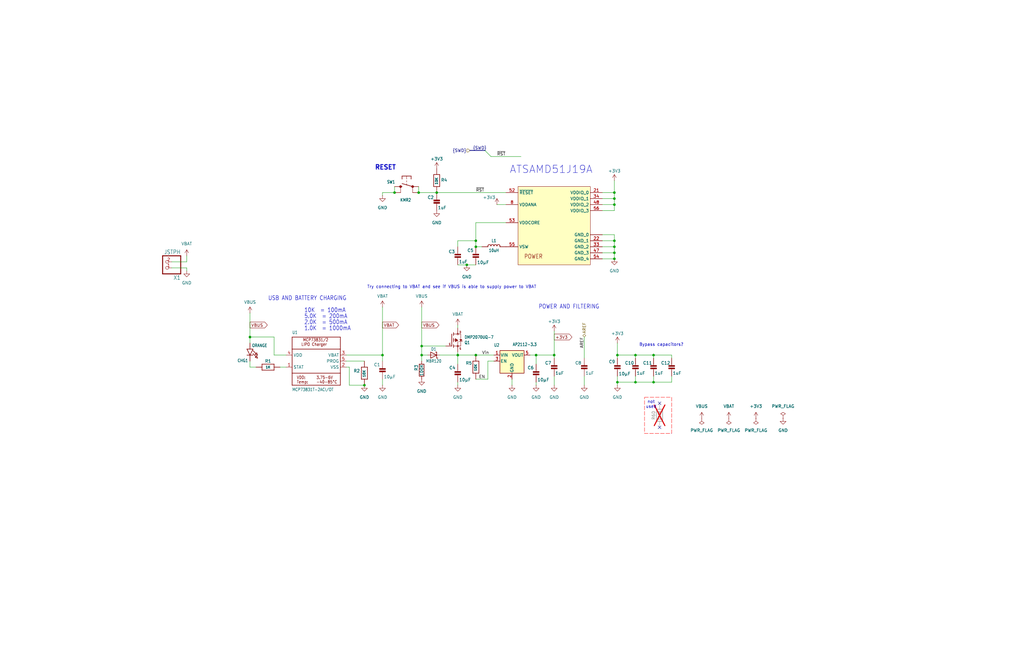
<source format=kicad_sch>
(kicad_sch (version 20231120) (generator "eeschema") (generator_version "8.0")
  (paper "B")
  (junction (at 200.66 101.6))
  (junction (at 105.41 142.24))
  (junction (at 260.35 149.86))
  (junction (at 259.08 86.36))
  (junction (at 226.06 149.86))
  (junction (at 200.66 104.14))
  (junction (at 166.37 81.28))
  (junction (at 193.04 149.86))
  (junction (at 259.08 106.68))
  (junction (at 200.66 149.86))
  (junction (at 177.8 149.86))
  (junction (at 153.67 162.56))
  (junction (at 233.68 149.86))
  (junction (at 184.15 81.28))
  (junction (at 176.53 81.28))
  (junction (at 267.97 161.29))
  (junction (at 259.08 104.14))
  (junction (at 259.08 109.22))
  (junction (at 259.08 101.6))
  (junction (at 259.08 81.28))
  (junction (at 196.85 111.76))
  (junction (at 260.35 161.29))
  (junction (at 275.59 149.86))
  (junction (at 177.8 146.05))
  (junction (at 259.08 83.82))
  (junction (at 161.29 149.86))
  (junction (at 275.59 161.29))
  (junction (at 267.97 149.86))
  (no_connect (at 278.13 170.18))
  (no_connect (at 278.13 180.34))
  (bus_entry (at 204.47 63.5) (size 2.54 2.54))
  (wire (pts (xy 205.74 160.02) (xy 205.74 152.4)) (stroke (width 0.1524)))
  (wire (pts (xy 200.66 93.98) (xy 213.36 93.98)) (stroke (width 0.1524)))
  (wire (pts (xy 226.06 161.29) (xy 226.06 162.56)) (stroke (width 0.1524)))
  (wire (pts (xy 200.66 101.6) (xy 200.66 93.98)) (stroke (width 0.1524)))
  (wire (pts (xy 180.34 149.86) (xy 177.8 149.86)) (stroke (width 0.1524)))
  (wire (pts (xy 146.05 152.4) (xy 153.67 152.4)) (stroke (width 0.1524)))
  (wire (pts (xy 176.53 81.28) (xy 176.53 78.74)) (stroke (width 0.1524)))
  (wire (pts (xy 275.59 161.29) (xy 283.21 161.29)) (stroke (width 0.1524)))
  (wire (pts (xy 260.35 161.29) (xy 260.35 158.75)) (stroke (width 0.1524)))
  (wire (pts (xy 226.06 153.67) (xy 226.06 149.86)) (stroke (width 0.1524)))
  (wire (pts (xy 193.04 111.76) (xy 196.85 111.76)) (stroke (width 0.1524)))
  (wire (pts (xy 254 81.28) (xy 259.08 81.28)) (stroke (width 0.1524)))
  (wire (pts (xy 259.08 104.14) (xy 259.08 101.6)) (stroke (width 0.1524)))
  (wire (pts (xy 213.36 81.28) (xy 184.15 81.28)) (stroke (width 0.1524)))
  (wire (pts (xy 187.96 146.05) (xy 177.8 146.05)) (stroke (width 0.1524)))
  (wire (pts (xy 147.32 154.94) (xy 147.32 162.56)))
  (wire (pts (xy 193.04 149.86) (xy 200.66 149.86)) (stroke (width 0.1524)))
  (wire (pts (xy 146.05 154.94) (xy 147.32 154.94)))
  (wire (pts (xy 193.04 149.86) (xy 193.04 153.67)) (stroke (width 0.1524)))
  (wire (pts (xy 193.04 148.59) (xy 193.04 149.86)) (stroke (width 0.1524)))
  (wire (pts (xy 105.41 144.78) (xy 105.41 142.24)) (stroke (width 0.1524)))
  (wire (pts (xy 78.74 113.03) (xy 78.74 114.3)))
  (wire (pts (xy 259.08 83.82) (xy 259.08 81.28)) (stroke (width 0.1524)))
  (wire (pts (xy 118.11 154.94) (xy 120.65 154.94)) (stroke (width 0.1524)))
  (bus (pts (xy 198.12 63.5) (xy 204.47 63.5)))
  (wire (pts (xy 200.66 160.02) (xy 205.74 160.02)) (stroke (width 0.1524)))
  (wire (pts (xy 115.57 142.24) (xy 115.57 149.86)) (stroke (width 0.1524)))
  (wire (pts (xy 283.21 161.29) (xy 283.21 158.75)) (stroke (width 0.1524)))
  (wire (pts (xy 283.21 149.86) (xy 283.21 151.13)) (stroke (width 0.1524)))
  (wire (pts (xy 215.9 162.56) (xy 215.9 160.02)))
  (wire (pts (xy 267.97 161.29) (xy 260.35 161.29)) (stroke (width 0.1524)))
  (wire (pts (xy 254 101.6) (xy 259.08 101.6)) (stroke (width 0.1524)))
  (wire (pts (xy 259.08 99.06) (xy 259.08 101.6)) (stroke (width 0.1524)))
  (wire (pts (xy 259.08 81.28) (xy 259.08 76.2)) (stroke (width 0.1524)))
  (wire (pts (xy 203.2 104.14) (xy 200.66 104.14)) (stroke (width 0.1524)))
  (wire (pts (xy 267.97 161.29) (xy 267.97 158.75)) (stroke (width 0.1524)))
  (wire (pts (xy 223.52 149.86) (xy 226.06 149.86)) (stroke (width 0.1524)))
  (wire (pts (xy 259.08 83.82) (xy 259.08 86.36)) (stroke (width 0.1524)))
  (wire (pts (xy 196.85 111.76) (xy 200.66 111.76)) (stroke (width 0.1524)))
  (wire (pts (xy 260.35 149.86) (xy 260.35 144.78)) (stroke (width 0.1524)))
  (wire (pts (xy 246.38 151.13) (xy 246.38 142.24)) (stroke (width 0.1524)))
  (wire (pts (xy 105.41 142.24) (xy 115.57 142.24)) (stroke (width 0.1524)))
  (wire (pts (xy 209.55 86.36) (xy 213.36 86.36)) (stroke (width 0.1524)))
  (wire (pts (xy 246.38 158.75) (xy 246.38 162.56)) (stroke (width 0.1524)))
  (wire (pts (xy 205.74 152.4) (xy 208.28 152.4)) (stroke (width 0.1524)))
  (wire (pts (xy 166.37 78.74) (xy 166.37 81.28)) (stroke (width 0.1524)))
  (wire (pts (xy 207.01 66.04) (xy 219.71 66.04)))
  (wire (pts (xy 254 83.82) (xy 259.08 83.82)) (stroke (width 0.1524)))
  (wire (pts (xy 275.59 149.86) (xy 283.21 149.86)) (stroke (width 0.1524)))
  (wire (pts (xy 275.59 158.75) (xy 275.59 161.29)) (stroke (width 0.1524)))
  (wire (pts (xy 259.08 106.68) (xy 259.08 104.14)) (stroke (width 0.1524)))
  (wire (pts (xy 254 104.14) (xy 259.08 104.14)) (stroke (width 0.1524)))
  (wire (pts (xy 193.04 137.16) (xy 193.04 138.43)) (stroke (width 0.1524)))
  (wire (pts (xy 193.04 161.29) (xy 193.04 162.56)) (stroke (width 0.1524)))
  (wire (pts (xy 184.15 81.28) (xy 176.53 81.28)) (stroke (width 0.1524)))
  (wire (pts (xy 161.29 81.28) (xy 166.37 81.28)) (stroke (width 0.1524)))
  (wire (pts (xy 200.66 149.86) (xy 208.28 149.86)) (stroke (width 0.1524)))
  (wire (pts (xy 161.29 129.54) (xy 161.29 149.86)) (stroke (width 0.1524)))
  (wire (pts (xy 275.59 149.86) (xy 275.59 151.13)) (stroke (width 0.1524)))
  (wire (pts (xy 115.57 149.86) (xy 120.65 149.86)) (stroke (width 0.1524)))
  (wire (pts (xy 147.32 162.56) (xy 153.67 162.56)))
  (wire (pts (xy 226.06 149.86) (xy 233.68 149.86)) (stroke (width 0.1524)))
  (wire (pts (xy 267.97 149.86) (xy 275.59 149.86)) (stroke (width 0.1524)))
  (wire (pts (xy 161.29 81.28) (xy 161.29 82.55)) (stroke (width 0.1524)))
  (wire (pts (xy 259.08 88.9) (xy 259.08 86.36)) (stroke (width 0.1524)))
  (wire (pts (xy 146.05 149.86) (xy 161.29 149.86)) (stroke (width 0.1524)))
  (wire (pts (xy 185.42 149.86) (xy 193.04 149.86)) (stroke (width 0.1524)))
  (wire (pts (xy 177.8 152.4) (xy 177.8 149.86)) (stroke (width 0.1524)))
  (wire (pts (xy 105.41 132.08) (xy 105.41 137.16)))
  (wire (pts (xy 177.8 129.54) (xy 177.8 137.16)))
  (wire (pts (xy 260.35 162.56) (xy 260.35 161.29)) (stroke (width 0.1524)))
  (wire (pts (xy 177.8 137.16) (xy 177.8 146.05)) (stroke (width 0.1524)))
  (wire (pts (xy 161.29 152.4) (xy 161.29 149.86)) (stroke (width 0.1524)))
  (wire (pts (xy 275.59 161.29) (xy 267.97 161.29)) (stroke (width 0.1524)))
  (wire (pts (xy 254 109.22) (xy 259.08 109.22)) (stroke (width 0.1524)))
  (wire (pts (xy 161.29 160.02) (xy 161.29 162.56)) (stroke (width 0.1524)))
  (wire (pts (xy 105.41 137.16) (xy 105.41 142.24)) (stroke (width 0.1524)))
  (wire (pts (xy 254 99.06) (xy 259.08 99.06)) (stroke (width 0.1524)))
  (wire (pts (xy 200.66 101.6) (xy 193.04 101.6)) (stroke (width 0.1524)))
  (wire (pts (xy 72.39 113.03) (xy 78.74 113.03)))
  (wire (pts (xy 259.08 109.22) (xy 259.08 106.68)) (stroke (width 0.1524)))
  (wire (pts (xy 233.68 158.75) (xy 233.68 162.56)) (stroke (width 0.1524)))
  (wire (pts (xy 105.41 152.4) (xy 105.41 154.94)))
  (wire (pts (xy 193.04 101.6) (xy 193.04 104.14)) (stroke (width 0.1524)))
  (wire (pts (xy 105.41 154.94) (xy 107.95 154.94)))
  (wire (pts (xy 78.74 110.49) (xy 78.74 107.95)))
  (wire (pts (xy 267.97 149.86) (xy 260.35 149.86)) (stroke (width 0.1524)))
  (wire (pts (xy 233.68 149.86) (xy 233.68 139.7)) (stroke (width 0.1524)))
  (wire (pts (xy 254 88.9) (xy 259.08 88.9)) (stroke (width 0.1524)))
  (wire (pts (xy 177.8 149.86) (xy 177.8 146.05)) (stroke (width 0.1524)))
  (wire (pts (xy 72.39 110.49) (xy 78.74 110.49)))
  (wire (pts (xy 254 106.68) (xy 259.08 106.68)) (stroke (width 0.1524)))
  (wire (pts (xy 254 86.36) (xy 259.08 86.36)) (stroke (width 0.1524)))
  (wire (pts (xy 233.68 151.13) (xy 233.68 149.86)) (stroke (width 0.1524)))
  (wire (pts (xy 267.97 151.13) (xy 267.97 149.86)) (stroke (width 0.1524)))
  (wire (pts (xy 260.35 151.13) (xy 260.35 149.86)) (stroke (width 0.1524)))
  (wire (pts (xy 200.66 101.6) (xy 200.66 104.14)) (stroke (width 0.1524)))
  (rectangle (start 283.21 182.88) (end 283.21 182.88))
  (rectangle (start 271.78 167.64) (end 283.21 182.88) (stroke (width 0) (type dash) (color 255 0 0 1)))
  (text "RESET" (at 157.988 71.882 0) (effects (font (size 1.905 1.905) (thickness 0.381) (bold yes)) (justify left bottom)))
  (text "10K  = 100mA" (at 128.27 132.08 0) (effects (font (size 1.778 1.5113)) (justify left bottom)))
  (text "1.0K  = 1000mA" (at 128.27 139.7 0) (effects (font (size 1.778 1.5113)) (justify left bottom)))
  (text "2.0K  = 500mA" (at 128.27 137.16 0) (effects (font (size 1.778 1.5113)) (justify left bottom)))
  (text "not\nused" (at 274.574 170.688 0) (effects (font (size 1.27 1.27))))
  (text "ATSAMD51J19A" (at 232.41 71.628 0) (effects (font (size 3.175 3.175))))
  (text "POWER AND FILTERING" (at 227.076 130.556 0) (effects (font (size 1.778 1.5113)) (justify left bottom)))
  (text "Bypass capacitors?" (at 278.892 145.542 0) (effects (font (size 1.27 1.27))))
  (text "USB AND BATTERY CHARGING" (at 113.03 127 0) (effects (font (size 1.778 1.5113)) (justify left bottom)))
  (text "Try connecting to VBAT and see if VBUS is able to supply power to VBAT" (at 190.5 121.158 0) (effects (font (size 1.27 1.27))))
  (text "5.0K  = 200mA" (at 128.27 134.62 0) (effects (font (size 1.778 1.5113)) (justify left bottom)))
  (label "EN" (at 201.93 160.02 0) (effects (font (size 1.2446 1.2446))))
  (label "~{RST}" (at 200.66 81.28 0) (effects (font (size 1.2446 1.2446))))
  (label "Vin" (at 203.2 149.86 0))
  (label "~{RST}" (at 209.55 66.04 0))
  (label "AREF" (at 246.38 142.24 270) (effects (font (size 1.2446 1.2446))))
  (label "{SWD}" (at 199.39 63.5 0))
  (global_label "+3V3" (shape output) (at 233.68 142.24 0) (property "Intersheetrefs" "${INTERSHEET_REFS}" (effects (hide yes))))
  (global_label "VBUS" (shape output) (at 105.41 137.16 0) (effects (font (thickness 0.1588))) (property "Intersheetrefs" "${INTERSHEET_REFS}" (effects (hide yes))))
  (global_label "VBUS" (shape output) (at 177.8 137.16 0) (effects (font (thickness 0.1588))) (property "Intersheetrefs" "${INTERSHEET_REFS}" (effects (hide yes))))
  (global_label "VBAT" (shape output) (at 161.29 137.16 0) (effects (font (thickness 0.1588))) (property "Intersheetrefs" "${INTERSHEET_REFS}" (effects (hide yes))))
  (hierarchical_label "AREF" (shape bidirectional) (at 246.38 142.24 90))
  (hierarchical_label "{SWD}" (shape input) (at 198.12 63.5 180))
  (symbol (lib_id "symbolLibrary:CON_JST_PH_2PIN") (at 69.85 110.49 180) (unit 1)
    (property "Reference" "X1" (at 76.2 116.205 0) (effects (font (size 1.778 1.5113)) (justify left bottom)))
    (property "Value" "JSTPH" (at 76.2 105.41 0) (effects (font (size 1.778 1.5113)) (justify left bottom)))
    (property "Footprint" "Connector_JST:JST_PH_S2B-PH-SM4-TB_1x02-1MP_P2.00mm_Horizontal" (effects (hide yes)))
    (property "Datasheet" "https://www.jst-mfg.com/product/pdf/eng/ePH.pdf" (effects (hide yes)))
    (property "Description" "Connector Header Surface Mount, Right Angle 2 position 0.079\" (2.00mm)" (effects (hide yes)))
    (property "Mfr" "JST Sales America Inc." (effects (hide yes)))
    (property "Mfr P/N" "S2B-PH-SM4-TB" (effects (hide yes)))
    (property "Supplier_1" "Digikey" (effects (hide yes)))
    (property "Supplier_1 P/N" "455-S2B-PH-SM4-TBCT-ND" (effects (hide yes)))
    (property "Supplier_1 Unit Price" "0.58" (effects (hide yes)))
    (property "Supplier_1 Price @ Qty" "0.4143" (effects (hide yes)))
    (property "Supplier 1 P/N" "455-S2B-PH-SM4-TBCT-ND" (effects (hide yes)))
    (property "Supplier 1 Price @ Qty" "0.69000" (effects (hide yes)))
    (property "Supplier 1 Unit Price" "0.69000" (effects (hide yes)))
    (property "Supplier 1" "Digikey" (effects (hide yes)))
  )
  (symbol (lib_id "symbolLibrary:GND") (at 215.9 162.56 0) (unit 1)
    (property "Reference" "#PWR015" (effects (hide yes)))
    (property "Value" "GND" (at 215.9 167.64 0))
    (property "Description" "Power symbol creates a global label with name \"GND\" , ground" (effects (hide yes)))
  )
  (symbol (lib_id "symbolLibrary:VBUS") (at 295.91 176.53 0) (mirror y) (unit 1)
    (property "Reference" "#PWR024" (effects (hide yes)))
    (property "Value" "VBUS" (at 295.91 171.45 0))
    (property "Description" "Power symbol creates a global label with name \"VBUS\"" (effects (hide yes)))
  )
  (symbol (lib_id "symbolLibrary:AP2112K-3.3") (at 215.9 152.4 0) (unit 1)
    (property "Reference" "U2" (at 208.28 146.304 0) (effects (font (size 1.27 1.0795)) (justify left bottom)))
    (property "Value" "AP2112-3.3" (at 216.154 146.05 0) (effects (font (size 1.27 1.0795)) (justify left bottom)))
    (property "Footprint" "Package_TO_SOT_SMD:SOT-23-5" (effects (hide yes)))
    (property "Datasheet" "https://www.diodes.com/assets/Datasheets/AP2112.pdf" (effects (hide yes)))
    (property "Description" "600mA low dropout linear regulator, with enable pin, 3.8V-6V input voltage range, 3.3V fixed positive output, SOT-23-5" (effects (hide yes)))
    (property "Mfr" "Diodes Incorporated" (effects (hide yes)))
    (property "Mfr P/N" "AP2112K-3.3TRG1" (effects (hide yes)))
    (property "Supplier_1" "Digikey" (effects (hide yes)))
    (property "Supplier_1 P/N" "AP2112K-3.3TRG1DICT-ND" (effects (hide yes)))
    (property "Supplier_1 Unit Price" "0.35" (effects (hide yes)))
    (property "Supplier_1 Price @ Qty" "0.1955" (effects (hide yes)))
    (property "Supplier 1 P/N" "AP2112K-3.3TRG1DICT-ND" (effects (hide yes)))
    (property "Supplier 1 Price @ Qty" "0.35" (effects (hide yes)))
    (property "Supplier 1 Unit Price" "0.35" (effects (hide yes)))
    (property "Supplier 1" "Digikey" (effects (hide yes)))
  )
  (symbol (lib_id "symbolLibrary:+BATT") (at 177.8 129.54 0) (unit 1)
    (property "Reference" "#PWRVBUS02" (effects (hide yes)))
    (property "Value" "VBUS" (at 177.8 124.968 0))
    (property "Description" "Power symbol creates a global label with name \"+BATT\"" (effects (hide yes)))
  )
  (symbol (lib_id "symbolLibrary:+BATT") (at 161.29 129.54 0) (unit 1)
    (property "Reference" "#PWR06" (effects (hide yes)))
    (property "Value" "VBAT" (at 161.29 124.968 0))
    (property "Description" "Power symbol creates a global label with name \"+BATT\"" (effects (hide yes)))
  )
  (symbol (lib_id "symbolLibrary:GND") (at 161.29 162.56 0) (unit 1)
    (property "Reference" "#PWR07" (effects (hide yes)))
    (property "Value" "GND" (at 161.29 167.64 0))
    (property "Description" "Power symbol creates a global label with name \"GND\" , ground" (effects (hide yes)))
  )
  (symbol (lib_id "symbolLibrary:+BATT") (at 307.34 176.53 0) (unit 1)
    (property "Reference" "#PWR025" (effects (hide yes)))
    (property "Value" "VBAT" (at 307.34 171.45 0))
    (property "Description" "Power symbol creates a global label with name \"+BATT\"" (effects (hide yes)))
  )
  (symbol (lib_id "symbolLibrary:PWR_FLAG") (at 318.77 176.53 180) (unit 1)
    (property "Reference" "#FLG03" (effects (hide yes)))
    (property "Value" "PWR_FLAG" (at 318.77 181.61 0))
    (property "Description" "Special symbol for telling ERC where power comes from" (effects (hide yes)))
  )
  (symbol (lib_id "symbolLibrary:CAP_CERAMIC0603_NO") (at 246.38 156.21 0) (unit 1)
    (property "Reference" "C8" (at 243.84 153.162 0))
    (property "Value" "1uF" (at 248.666 157.48 0))
    (property "Footprint" "Capacitor_SMD:C_0603_1608Metric_Pad1.08x0.95mm_HandSolder" (effects (hide yes)))
    (property "Datasheet" "https://www.yageo.com/upload/media/product/productsearch/datasheet/mlcc/UPY-GPHC_X7R_6.3V-to-250V_24.pdf" (effects (hide yes)))
    (property "Description" "1 µF ±10% 16V Ceramic Capacitor X7R 0603 (1608 Metric)" (effects (hide yes)))
    (property "Mfr" "YAGEO" (effects (hide yes)))
    (property "Mfr P/N" "CC0603KRX7R7BB105" (effects (hide yes)))
    (property "Supplier_1" "Digikey" (effects (hide yes)))
    (property "Supplier_1 P/N" "311-1446-1-ND" (effects (hide yes)))
    (property "Supplier_1 Unit Price" "0.10" (effects (hide yes)))
    (property "Supplier_1 Price @ Qty" "0.03080" (effects (hide yes)))
    (property "Supplier 1 P/N" "311-1446-1-ND" (effects (hide yes)))
    (property "Supplier 1 Price @ Qty" "0.10" (effects (hide yes)))
    (property "Supplier 1 Unit Price" "0.10" (effects (hide yes)))
  )
  (symbol (lib_id "symbolLibrary:CAP_CERAMIC0603_NO") (at 233.68 156.21 0) (unit 1)
    (property "Reference" "C7" (at 231.14 153.162 0))
    (property "Value" "1uF" (at 235.966 157.48 0))
    (property "Footprint" "Capacitor_SMD:C_0603_1608Metric_Pad1.08x0.95mm_HandSolder" (effects (hide yes)))
    (property "Datasheet" "https://www.yageo.com/upload/media/product/productsearch/datasheet/mlcc/UPY-GPHC_X7R_6.3V-to-250V_24.pdf" (effects (hide yes)))
    (property "Description" "1 µF ±10% 16V Ceramic Capacitor X7R 0603 (1608 Metric)" (effects (hide yes)))
    (property "Mfr" "YAGEO" (effects (hide yes)))
    (property "Mfr P/N" "CC0603KRX7R7BB105" (effects (hide yes)))
    (property "Supplier_1" "Digikey" (effects (hide yes)))
    (property "Supplier_1 P/N" "311-1446-1-ND" (effects (hide yes)))
    (property "Supplier_1 Unit Price" "0.10" (effects (hide yes)))
    (property "Supplier_1 Price @ Qty" "0.03080" (effects (hide yes)))
    (property "Supplier 1 P/N" "311-1446-1-ND" (effects (hide yes)))
    (property "Supplier 1 Price @ Qty" "0.10" (effects (hide yes)))
    (property "Supplier 1 Unit Price" "0.10" (effects (hide yes)))
  )
  (symbol (lib_id "symbolLibrary:GND") (at 246.38 162.56 0) (unit 1)
    (property "Reference" "#PWR019" (effects (hide yes)))
    (property "Value" "GND" (at 246.38 167.64 0))
    (property "Description" "Power symbol creates a global label with name \"GND\" , ground" (effects (hide yes)))
  )
  (symbol (lib_id "symbolLibrary:GND") (at 330.2 176.53 0) (unit 1)
    (property "Reference" "#PWR027" (effects (hide yes)))
    (property "Value" "GND" (at 330.2 181.61 0))
    (property "Description" "Power symbol creates a global label with name \"GND\" , ground" (effects (hide yes)))
  )
  (symbol (lib_id "symbolLibrary:CAP_CERAMIC0603_NO") (at 193.04 109.22 0) (unit 1)
    (property "Reference" "C3" (at 190.5 106.172 0))
    (property "Value" "1uF" (at 195.326 110.49 0))
    (property "Footprint" "Capacitor_SMD:C_0603_1608Metric_Pad1.08x0.95mm_HandSolder" (effects (hide yes)))
    (property "Datasheet" "https://www.yageo.com/upload/media/product/productsearch/datasheet/mlcc/UPY-GPHC_X7R_6.3V-to-250V_24.pdf" (effects (hide yes)))
    (property "Description" "1 µF ±10% 16V Ceramic Capacitor X7R 0603 (1608 Metric)" (effects (hide yes)))
    (property "Mfr" "YAGEO" (effects (hide yes)))
    (property "Mfr P/N" "CC0603KRX7R7BB105" (effects (hide yes)))
    (property "Supplier_1" "Digikey" (effects (hide yes)))
    (property "Supplier_1 P/N" "311-1446-1-ND" (effects (hide yes)))
    (property "Supplier_1 Unit Price" "0.10" (effects (hide yes)))
    (property "Supplier_1 Price @ Qty" "0.03080" (effects (hide yes)))
    (property "Supplier 1 P/N" "311-1446-1-ND" (effects (hide yes)))
    (property "Supplier 1 Price @ Qty" "0.10" (effects (hide yes)))
    (property "Supplier 1 Unit Price" "0.10" (effects (hide yes)))
  )
  (symbol (lib_id "symbolLibrary:ATSAMD51J") (at 233.68 96.52 0) (unit 3)
    (property "Reference" "U$1" (effects (hide yes)))
    (property "Value" "ATSAMD51J19A-AUT" (effects (hide yes)))
    (property "Footprint" "Package_QFP:TQFP-64_10x10mm_P0.5mm" (effects (hide yes)))
    (property "Datasheet" "https://ww1.microchip.com/downloads/en/DeviceDoc/SAM_D5x_E5x_Family_Data_Sheet_DS60001507G.pdf" (effects (hide yes)))
    (property "Description" "ARM® Cortex®-M4F SAM D51 Microcontroller IC 32-Bit Single-Core 120MHz 512KB (512K x 8) FLASH 64-TQFP (10x10)" (effects (hide yes)))
    (property "Mfr" "Microchip Technology" (effects (hide yes)))
    (property "Mfr P/N" "ATSAMD51J19A-AUT" (effects (hide yes)))
    (property "Supplier_1" "Digikey" (effects (hide yes)))
    (property "Supplier_1 P/N" "ATSAMD51J19A-AUTCT-ND" (effects (hide yes)))
    (property "Supplier_1 Unit Price" "5.68" (effects (hide yes)))
    (property "Supplier_1 Price @ Qty" "4.71" (effects (hide yes)))
    (property "Supplier 1 P/N" "ATSAMD51J19A-AUTCT-ND" (effects (hide yes)))
    (property "Supplier 1 Price @ Qty" "5.68" (effects (hide yes)))
    (property "Supplier 1 Unit Price" "5.68" (effects (hide yes)))
    (property "Supplier 1" "Digikey" (effects (hide yes)))
  )
  (symbol (lib_id "Device:R") (at 177.8 156.21 0) (unit 1)
    (property "Reference" "R3" (at 175.514 155.194 90))
    (property "Value" "100K" (at 177.8 156.21 90))
    (property "Footprint" "Library:0603-NO" (effects (hide yes)))
    (property "Datasheet" "https://www.bourns.com/docs/Product-Datasheets/CATCAY.pdf" (effects (hide yes)))
    (property "Description" "100 kOhms ±1% 0.1W, 1/10W Chip Resistor 0603 (1608 Metric) Moisture Resistant Thick Film" (effects (hide yes)))
    (property "Mfr" "Bourns Inc." (effects (hide yes)))
    (property "Mfr P/N" "CR0603-FX-1003ELF" (effects (hide yes)))
    (property "Supplier_1" "Digikey" (effects (hide yes)))
    (property "Supplier_1 P/N" "CR0603-FX-1003ELFTR-ND" (effects (hide yes)))
    (property "Supplier_1 Unit Price" "0.10" (effects (hide yes)))
    (property "Supplier_1 Price @ Qty" "0.10000" (effects (hide yes)))
    (property "Supplier 1 P/N" "CR0603-FX-1003ELFTR-ND" (effects (hide yes)))
    (property "Supplier 1 Price @ Qty" "0.10000" (effects (hide yes)))
    (property "Supplier 1 Unit Price" "0.10" (effects (hide yes)))
  )
  (symbol (lib_id "symbolLibrary:DIODE-SCHOTTKYSOD-123") (at 182.88 149.86 0) (unit 1)
    (property "Reference" "D1" (at 182.88 147.32 0) (effects (font (size 1.27 1.0795))))
    (property "Value" "MBR120" (at 182.88 152.36 0) (effects (font (size 1.27 1.0795))))
    (property "Footprint" "Library:SOD-123" (effects (hide yes)))
    (property "Datasheet" "https://www.onsemi.com/pdf/datasheet/mbr120lsft1-d.pdf" (effects (hide yes)))
    (property "Description" "Diode 20 V 1A Surface Mount SOD-123FL" (effects (hide yes)))
    (property "Mfr" "onsemi" (effects (hide yes)))
    (property "Mfr P/N" "MBR120LSFT1G" (effects (hide yes)))
    (property "Supplier_1" "Digikey" (effects (hide yes)))
    (property "Supplier_1 P/N" "MBR120LSFT1GOSCT-ND" (effects (hide yes)))
    (property "Supplier_1 Unit Price" "0.42" (effects (hide yes)))
    (property "Supplier_1 Price @ Qty" "0.19610" (effects (hide yes)))
    (property "Supplier 1 P/N" "MBR120LSFT1GOSCT-ND" (effects (hide yes)))
    (property "Supplier 1 Price @ Qty" "0.42" (effects (hide yes)))
    (property "Supplier 1 Unit Price" "0.42" (effects (hide yes)))
  )
  (symbol (lib_id "symbolLibrary:GND") (at 233.68 162.56 0) (unit 1)
    (property "Reference" "#PWR018" (effects (hide yes)))
    (property "Value" "GND" (at 233.68 167.64 0))
    (property "Description" "Power symbol creates a global label with name \"GND\" , ground" (effects (hide yes)))
  )
  (symbol (lib_id "symbolLibrary:MCP73831/2") (at 133.35 152.4 0) (unit 1)
    (property "Reference" "U1" (at 123.19 140.97 0) (effects (font (size 1.27 1.0795)) (justify left bottom)))
    (property "Value" "MCP73831T-2ACI/OT" (at 123.19 165.1 0) (effects (font (size 1.27 1.0795)) (justify left bottom)))
    (property "Footprint" "Library:SOT23-5" (effects (hide yes)))
    (property "Datasheet" "https://ww1.microchip.com/downloads/en/DeviceDoc/MCP73831-Family-Data-Sheet-DS20001984H.pdf" (effects (hide yes)))
    (property "Description" "Charger IC Lithium Ion/Polymer SOT-23-5" (effects (hide yes)))
    (property "Mfr" "Microchip Technology" (effects (hide yes)))
    (property "Mfr P/N" "MCP73831T-2ATI/OT" (effects (hide yes)))
    (property "Supplier_1" "Digikey" (effects (hide yes)))
    (property "Supplier_1 P/N" "MCP73831T-2ATI/OTCT-ND" (effects (hide yes)))
    (property "Supplier_1 Unit Price" "0.76" (effects (hide yes)))
    (property "Supplier_1 Price @ Qty" "0.6125" (effects (hide yes)))
    (property "Supplier 1 P/N" "MCP73831T-2ATI/OTCT-ND" (effects (hide yes)))
    (property "Supplier 1 Price @ Qty" "0.76" (effects (hide yes)))
    (property "Supplier 1 Unit Price" "0.76" (effects (hide yes)))
    (property "Supplier 1" "Digikey" (effects (hide yes)))
  )
  (symbol (lib_id "symbolLibrary:RESISTOR_4PACK_NO") (at 278.13 175.26 90) (unit 4) (in_bom no) (on_board no) (dnp yes)
    (property "Reference" "R6" (at 275.59 175.26 0))
    (property "Value" "100K" (at 278.13 175.26 0) (effects (font (size 1.016 1.016) (bold yes))))
    (property "Footprint" "Resistor_SMD:R_Array_Convex_4x0603" (effects (hide yes)))
    (property "Datasheet" "https://www.bourns.com/docs/Product-Datasheets/CATCAY.pdf" (effects (hide yes)))
    (property "Description" "100k Ohm ±1% 62.5mW Power Per Element Isolated 4 Resistor Network/Array ±200ppm/°C 1206 (3216 Metric), Convex, Long Side Terminals" (effects (hide yes)))
    (property "Mfr" "Bourns Inc." (effects (hide yes)))
    (property "Mfr P/N" "CAY16-1003F4LF" (effects (hide yes)))
    (property "Supplier_1" "Digikey" (effects (hide yes)))
    (property "Supplier_1 P/N" "CAY16-1003F4LFCT-ND" (effects (hide yes)))
    (property "Supplier_1 Unit Price" "0.10" (effects (hide yes)))
    (property "Supplier_1 Price @ Qty" "0.03170" (effects (hide yes)))
    (property "Supplier 1 P/N" "CAY16-1003F4LFCT-ND" (effects (hide yes)))
    (property "Supplier 1 Price @ Qty" "0.10" (effects (hide yes)))
    (property "Supplier 1 Unit Price" "0.10" (effects (hide yes)))
  )
  (symbol (lib_id "symbolLibrary:RESISTOR_0603_NOOUT") (at 184.15 76.2 270) (unit 1)
    (property "Reference" "R4" (at 185.928 76.708 90) (effects (justify left bottom)))
    (property "Value" "10K" (at 183.388 74.676 0) (effects (font (size 1.016 1.016) (bold yes)) (justify left bottom)))
    (property "Footprint" "Library:0603-NO" (effects (hide yes)))
    (property "Datasheet" "https://www.seielect.com/catalog/sei-rncp.pdf" (effects (hide yes)))
    (property "Description" "10 kOhms ±1% 0.125W, 1/8W Chip Resistor 0603 (1608 Metric) Anti-Sulfur Thin Film" (effects (hide yes)))
    (property "Mfr" "Stackpole Electronics Inc" (effects (hide yes)))
    (property "Mfr P/N" "RNCP0603FTD10K0" (effects (hide yes)))
    (property "Supplier_1" "Digikey" (effects (hide yes)))
    (property "Supplier_1 P/N" "RNCP0603FTD10K0CT-ND" (effects (hide yes)))
    (property "Supplier_1 Unit Price" "0.10" (effects (hide yes)))
    (property "Supplier_1 Price @ Qty" "0.0170" (effects (hide yes)))
    (property "Supplier 1 P/N" "RNCP0603FTD10K0CT-ND" (effects (hide yes)))
    (property "Supplier 1 Price @ Qty" "0.10" (effects (hide yes)))
    (property "Supplier 1 Unit Price" "0.10" (effects (hide yes)))
  )
  (symbol (lib_id "symbolLibrary:+3V3") (at 184.15 71.12 0) (unit 1)
    (property "Reference" "#PWR09" (effects (hide yes)))
    (property "Value" "+3V3" (at 184.15 67.056 0))
    (property "Description" "Power symbol creates a global label with name \"+3V3\"" (effects (hide yes)))
  )
  (symbol (lib_id "symbolLibrary:RESISTOR_0603_NOOUT") (at 113.03 154.94 0) (unit 1)
    (property "Reference" "R1" (at 113.03 152.4 0))
    (property "Value" "1K" (at 113.03 154.94 0) (effects (font (size 1.016 1.016) (bold yes))))
    (property "Footprint" "Library:0603-NO" (effects (hide yes)))
    (property "Datasheet" "https://www.vishay.com/docs/28705/mcx0x0xpro.pdf" (effects (hide yes)))
    (property "Description" "1 kOhms ±1% 0.125W, 1/8W Chip Resistor 0603 (1608 Metric) Anti-Sulfur Thin Film" (effects (hide yes)))
    (property "Mfr" "Vishay Beyschlag/Draloric/BC Components" (effects (hide yes)))
    (property "Mfr P/N" "MCT06030C1001FP500" (effects (hide yes)))
    (property "Supplier_1" "Digikey" (effects (hide yes)))
    (property "Supplier_1 P/N" "MCT0603-1.00K-CFCT-ND" (effects (hide yes)))
    (property "Supplier_1 Unit Price" "0.10" (effects (hide yes)))
    (property "Supplier_1 Price @ Qty" "0.02280" (effects (hide yes)))
    (property "Supplier 1 P/N" "MCT0603-1.00K-CFCT-ND" (effects (hide yes)))
    (property "Supplier 1 Price @ Qty" "0.10" (effects (hide yes)))
    (property "Supplier 1 Unit Price" "0.10" (effects (hide yes)))
  )
  (symbol (lib_id "symbolLibrary:CAP_CERAMIC0805-NOOUTLINE") (at 260.35 156.21 0) (unit 1)
    (property "Reference" "C9" (at 258.064 152.654 0))
    (property "Value" "10µF" (at 263.398 157.734 0))
    (property "Footprint" "Library:0805-NO" (effects (hide yes)))
    (property "Datasheet" "https://mm.digikey.com/Volume0/opasdata/d220001/medias/docus/609/CL21A106KOQNNNE_Spec.pdf" (effects (hide yes)))
    (property "Description" "10 µF ±10% 16V Ceramic Capacitor X5R 0805 (2012 Metric)" (effects (hide yes)))
    (property "Mfr" "Samsung Electro-Mechanics" (effects (hide yes)))
    (property "Mfr P/N" "CL21A106KOQNNNE" (effects (hide yes)))
    (property "Supplier_1" "Digikey" (effects (hide yes)))
    (property "Supplier_1 P/N" "1276-1096-1-ND" (effects (hide yes)))
    (property "Supplier_1 Unit Price" "0.10" (effects (hide yes)))
    (property "Supplier_1 Price @ Qty" "0.03130" (effects (hide yes)))
    (property "Supplier 1 P/N" "1276-1096-1-N" (effects (hide yes)))
    (property "Supplier 1 Price @ Qty" "0.10" (effects (hide yes)))
    (property "Supplier 1 Unit Price" "0.10" (effects (hide yes)))
  )
  (symbol (lib_id "symbolLibrary:INDUCTOR") (at 208.28 104.14 0) (unit 1)
    (property "Reference" "L1" (at 208.28 101.6 0) (effects (font (size 1.27 1.0795))))
    (property "Value" "10uH" (at 208.28 105.68 0) (effects (font (size 1.27 1.0795))))
    (property "Footprint" "Library:INDUCTOR_1007" (effects (hide yes)))
    (property "Datasheet" "https://mm.digikey.com/Volume0/opasdata/d220001/medias/docus/4899/LSQx_Series_Cat.pdf" (effects (hide yes)))
    (property "Description" "10 µH Unshielded Wirewound Inductor 235 mA 190mOhm 1007 (2518 Metric)" (effects (hide yes)))
    (property "Mfr" "Taiyo Yuden" (effects (hide yes)))
    (property "Mfr P/N" "LSQEA251818T100K" (effects (hide yes)))
    (property "Supplier_1" "Digikey" (effects (hide yes)))
    (property "Supplier_1 P/N" "587-LSQEA251818T100KCT-ND" (effects (hide yes)))
    (property "Supplier_1 Unit Price" "0.13" (effects (hide yes)))
    (property "Supplier_1 Price @ Qty" "0.0742" (effects (hide yes)))
    (property "Supplier 1 P/N" "587-LSQEA251818T100KCT-ND" (effects (hide yes)))
    (property "Supplier 1 Price @ Qty" "0.13" (effects (hide yes)))
    (property "Supplier 1 Unit Price" "0.13" (effects (hide yes)))
  )
  (symbol (lib_id "symbolLibrary:+3V3") (at 318.77 176.53 0) (unit 1)
    (property "Reference" "#PWR026" (effects (hide yes)))
    (property "Value" "+3V3" (at 318.77 171.45 0))
    (property "Description" "Power symbol creates a global label with name \"+3V3\"" (effects (hide yes)))
  )
  (symbol (lib_id "symbolLibrary:GND") (at 184.15 88.9 0) (unit 1)
    (property "Reference" "#PWR010" (effects (hide yes)))
    (property "Value" "GND" (at 184.15 93.98 0))
    (property "Description" "Power symbol creates a global label with name \"GND\" , ground" (effects (hide yes)))
  )
  (symbol (lib_id "symbolLibrary:RESISTOR_0603_NOOUT") (at 153.67 157.48 270) (unit 1)
    (property "Reference" "R2" (at 149.098 157.226 90) (effects (justify left bottom)))
    (property "Value" "10K" (at 152.908 155.956 0) (effects (font (size 1.016 1.016) (bold yes)) (justify left bottom)))
    (property "Footprint" "Library:0603-NO" (effects (hide yes)))
    (property "Datasheet" "https://www.seielect.com/catalog/sei-rncp.pdf" (effects (hide yes)))
    (property "Description" "10 kOhms ±1% 0.125W, 1/8W Chip Resistor 0603 (1608 Metric) Anti-Sulfur Thin Film" (effects (hide yes)))
    (property "Mfr" "Stackpole Electronics Inc" (effects (hide yes)))
    (property "Mfr P/N" "RNCP0603FTD10K0" (effects (hide yes)))
    (property "Supplier_1" "Digikey" (effects (hide yes)))
    (property "Supplier_1 P/N" "RNCP0603FTD10K0CT-ND" (effects (hide yes)))
    (property "Supplier_1 Unit Price" "0.10" (effects (hide yes)))
    (property "Supplier_1 Price @ Qty" "0.0170" (effects (hide yes)))
    (property "Supplier 1 P/N" "RNCP0603FTD10K0CT-ND" (effects (hide yes)))
    (property "Supplier 1 Price @ Qty" "0.10" (effects (hide yes)))
    (property "Supplier 1 Unit Price" "0.10" (effects (hide yes)))
  )
  (symbol (lib_id "symbolLibrary:+3V3") (at 259.08 76.2 0) (unit 1)
    (property "Reference" "#PWR020" (effects (hide yes)))
    (property "Value" "+3V3" (at 259.08 72.136 0))
    (property "Description" "Power symbol creates a global label with name \"+3V3\"" (effects (hide yes)))
  )
  (symbol (lib_id "symbolLibrary:PWR_FLAG") (at 295.91 176.53 180) (unit 1)
    (property "Reference" "#FLG01" (effects (hide yes)))
    (property "Value" "PWR_FLAG" (at 295.91 181.61 0))
    (property "Description" "Special symbol for telling ERC where power comes from" (effects (hide yes)))
  )
  (symbol (lib_id "symbolLibrary:+3V3") (at 233.68 139.7 0) (unit 1)
    (property "Reference" "#PWR017" (effects (hide yes)))
    (property "Value" "+3V3" (at 233.68 135.636 0))
    (property "Description" "Power symbol creates a global label with name \"+3V3\"" (effects (hide yes)))
  )
  (symbol (lib_id "symbolLibrary:+BATT") (at 78.74 107.95 0) (unit 1)
    (property "Reference" "#PWR02" (effects (hide yes)))
    (property "Value" "VBAT" (at 78.74 102.87 0))
    (property "Description" "Power symbol creates a global label with name \"+BATT\"" (effects (hide yes)))
  )
  (symbol (lib_id "symbolLibrary:CAP_CERAMIC0603_NO") (at 275.59 156.21 0) (unit 1)
    (property "Reference" "C11" (at 273.05 153.162 0))
    (property "Value" "1uF" (at 277.876 157.48 0))
    (property "Footprint" "Capacitor_SMD:C_0603_1608Metric_Pad1.08x0.95mm_HandSolder" (effects (hide yes)))
    (property "Datasheet" "https://www.yageo.com/upload/media/product/productsearch/datasheet/mlcc/UPY-GPHC_X7R_6.3V-to-250V_24.pdf" (effects (hide yes)))
    (property "Description" "1 µF ±10% 16V Ceramic Capacitor X7R 0603 (1608 Metric)" (effects (hide yes)))
    (property "Mfr" "YAGEO" (effects (hide yes)))
    (property "Mfr P/N" "CC0603KRX7R7BB105" (effects (hide yes)))
    (property "Supplier_1" "Digikey" (effects (hide yes)))
    (property "Supplier_1 P/N" "311-1446-1-ND" (effects (hide yes)))
    (property "Supplier_1 Unit Price" "0.10" (effects (hide yes)))
    (property "Supplier_1 Price @ Qty" "0.03080" (effects (hide yes)))
    (property "Supplier 1 P/N" "311-1446-1-ND" (effects (hide yes)))
    (property "Supplier 1 Price @ Qty" "0.10" (effects (hide yes)))
    (property "Supplier 1 Unit Price" "0.10" (effects (hide yes)))
  )
  (symbol (lib_id "symbolLibrary:CAP_CERAMIC0805-NOOUTLINE") (at 161.29 157.48 0) (unit 1)
    (property "Reference" "C1" (at 159.004 153.924 0))
    (property "Value" "10µF" (at 164.338 159.004 0))
    (property "Footprint" "Library:0805-NO" (effects (hide yes)))
    (property "Datasheet" "https://mm.digikey.com/Volume0/opasdata/d220001/medias/docus/609/CL21A106KOQNNNE_Spec.pdf" (effects (hide yes)))
    (property "Description" "10 µF ±10% 16V Ceramic Capacitor X5R 0805 (2012 Metric)" (effects (hide yes)))
    (property "Mfr" "Samsung Electro-Mechanics" (effects (hide yes)))
    (property "Mfr P/N" "CL21A106KOQNNNE" (effects (hide yes)))
    (property "Supplier_1" "Digikey" (effects (hide yes)))
    (property "Supplier_1 P/N" "1276-1096-1-ND" (effects (hide yes)))
    (property "Supplier_1 Unit Price" "0.10" (effects (hide yes)))
    (property "Supplier_1 Price @ Qty" "0.03130" (effects (hide yes)))
    (property "Supplier 1 P/N" "1276-1096-1-N" (effects (hide yes)))
    (property "Supplier 1 Price @ Qty" "0.10" (effects (hide yes)))
    (property "Supplier 1 Unit Price" "0.10" (effects (hide yes)))
  )
  (symbol (lib_id "symbolLibrary:GND") (at 78.74 114.3 0) (unit 1)
    (property "Reference" "#PWR03" (effects (hide yes)))
    (property "Value" "GND" (at 78.74 119.38 0))
    (property "Description" "Power symbol creates a global label with name \"GND\" , ground" (effects (hide yes)))
  )
  (symbol (lib_id "symbolLibrary:PWR_FLAG") (at 330.2 176.53 0) (unit 1)
    (property "Reference" "#FLG04" (effects (hide yes)))
    (property "Value" "PWR_FLAG" (at 330.2 171.45 0))
    (property "Description" "Special symbol for telling ERC where power comes from" (effects (hide yes)))
  )
  (symbol (lib_id "symbolLibrary:GND") (at 259.08 109.22 0) (unit 1)
    (property "Reference" "#PWR021" (effects (hide yes)))
    (property "Value" "GND" (at 259.08 114.3 0))
    (property "Description" "Power symbol creates a global label with name \"GND\" , ground" (effects (hide yes)))
  )
  (symbol (lib_id "symbolLibrary:GND") (at 153.67 162.56 0) (unit 1)
    (property "Reference" "#PWR04" (effects (hide yes)))
    (property "Value" "GND" (at 153.67 167.64 0))
    (property "Description" "Power symbol creates a global label with name \"GND\" , ground" (effects (hide yes)))
  )
  (symbol (lib_id "symbolLibrary:CAP_CERAMIC0603_NO") (at 267.97 156.21 0) (unit 1)
    (property "Reference" "C10" (at 265.43 153.162 0))
    (property "Value" "1uF" (at 270.256 157.48 0))
    (property "Footprint" "Capacitor_SMD:C_0603_1608Metric_Pad1.08x0.95mm_HandSolder" (effects (hide yes)))
    (property "Datasheet" "https://www.yageo.com/upload/media/product/productsearch/datasheet/mlcc/UPY-GPHC_X7R_6.3V-to-250V_24.pdf" (effects (hide yes)))
    (property "Description" "1 µF ±10% 16V Ceramic Capacitor X7R 0603 (1608 Metric)" (effects (hide yes)))
    (property "Mfr" "YAGEO" (effects (hide yes)))
    (property "Mfr P/N" "CC0603KRX7R7BB105" (effects (hide yes)))
    (property "Supplier_1" "Digikey" (effects (hide yes)))
    (property "Supplier_1 P/N" "311-1446-1-ND" (effects (hide yes)))
    (property "Supplier_1 Unit Price" "0.10" (effects (hide yes)))
    (property "Supplier_1 Price @ Qty" "0.03080" (effects (hide yes)))
    (property "Supplier 1 P/N" "311-1446-1-ND" (effects (hide yes)))
    (property "Supplier 1 Price @ Qty" "0.10" (effects (hide yes)))
    (property "Supplier 1 Unit Price" "0.10" (effects (hide yes)))
  )
  (symbol (lib_id "symbolLibrary:MOSFET-P") (at 193.04 143.51 0) (mirror x) (unit 1)
    (property "Reference" "Q1" (at 195.834 143.891 0) (effects (font (size 1.27 1.0795)) (justify left bottom)))
    (property "Value" "DMP2070UQ-7" (at 195.834 141.605 0) (effects (font (size 1.27 1.0795)) (justify left bottom)))
    (property "Footprint" "Library:SOT23-R" (effects (hide yes)))
    (property "Datasheet" "https://www.diodes.com/assets/Datasheets/DMP2070UQ.pdf" (effects (hide yes)))
    (property "Description" "P-Channel 20 V 4.6A (Tc) 830mW Surface Mount SOT-23-3" (effects (hide yes)))
    (property "Mfr" "Diodes Incorporated" (effects (hide yes)))
    (property "Mfr P/N" "DMP2070UQ-7" (effects (hide yes)))
    (property "Supplier_1" "Digikey" (effects (hide yes)))
    (property "Supplier_1 P/N" "31-DMP2070UQ-7CT-ND" (effects (hide yes)))
    (property "Supplier_1 Unit Price" "0.48" (effects (hide yes)))
    (property "Supplier_1 Price @ Qty" "0.1860" (effects (hide yes)))
    (property "Supplier 1 P/N" "31-DMP2070UQ-7CT-ND" (effects (hide yes)))
    (property "Supplier 1 Price @ Qty" "0.48" (effects (hide yes)))
    (property "Supplier 1 Unit Price" "0.48" (effects (hide yes)))
  )
  (symbol (lib_id "symbolLibrary:CAP_CERAMIC0603_NO") (at 283.21 156.21 0) (unit 1)
    (property "Reference" "C12" (at 280.67 153.162 0))
    (property "Value" "1uF" (at 285.496 157.48 0))
    (property "Footprint" "Capacitor_SMD:C_0603_1608Metric_Pad1.08x0.95mm_HandSolder" (effects (hide yes)))
    (property "Datasheet" "https://www.yageo.com/upload/media/product/productsearch/datasheet/mlcc/UPY-GPHC_X7R_6.3V-to-250V_24.pdf" (effects (hide yes)))
    (property "Description" "1 µF ±10% 16V Ceramic Capacitor X7R 0603 (1608 Metric)" (effects (hide yes)))
    (property "Mfr" "YAGEO" (effects (hide yes)))
    (property "Mfr P/N" "CC0603KRX7R7BB105" (effects (hide yes)))
    (property "Supplier_1" "Digikey" (effects (hide yes)))
    (property "Supplier_1 P/N" "311-1446-1-ND" (effects (hide yes)))
    (property "Supplier_1 Unit Price" "0.10" (effects (hide yes)))
    (property "Supplier_1 Price @ Qty" "0.03080" (effects (hide yes)))
    (property "Supplier 1 P/N" "311-1446-1-ND" (effects (hide yes)))
    (property "Supplier 1 Price @ Qty" "0.10" (effects (hide yes)))
    (property "Supplier 1 Unit Price" "0.10" (effects (hide yes)))
  )
  (symbol (lib_id "symbolLibrary:+3V3") (at 209.55 86.36 0) (unit 1)
    (property "Reference" "#PWR014" (effects (hide yes)))
    (property "Value" "+3V3" (at 206.248 83.312 0))
    (property "Description" "Power symbol creates a global label with name \"+3V3\"" (effects (hide yes)))
  )
  (symbol (lib_id "symbolLibrary:CAP_CERAMIC0805-NOOUTLINE") (at 200.66 109.22 0) (unit 1)
    (property "Reference" "C5" (at 198.374 105.664 0))
    (property "Value" "10µF" (at 203.708 110.744 0))
    (property "Footprint" "Library:0805-NO" (effects (hide yes)))
    (property "Datasheet" "https://mm.digikey.com/Volume0/opasdata/d220001/medias/docus/609/CL21A106KOQNNNE_Spec.pdf" (effects (hide yes)))
    (property "Description" "10 µF ±10% 16V Ceramic Capacitor X5R 0805 (2012 Metric)" (effects (hide yes)))
    (property "Mfr" "Samsung Electro-Mechanics" (effects (hide yes)))
    (property "Mfr P/N" "CL21A106KOQNNNE" (effects (hide yes)))
    (property "Supplier_1" "Digikey" (effects (hide yes)))
    (property "Supplier_1 P/N" "1276-1096-1-ND" (effects (hide yes)))
    (property "Supplier_1 Unit Price" "0.10" (effects (hide yes)))
    (property "Supplier_1 Price @ Qty" "0.03130" (effects (hide yes)))
    (property "Supplier 1 P/N" "1276-1096-1-N" (effects (hide yes)))
    (property "Supplier 1 Price @ Qty" "0.10" (effects (hide yes)))
    (property "Supplier 1 Unit Price" "0.10" (effects (hide yes)))
  )
  (symbol (lib_id "symbolLibrary:SWITCH_TACT_SMT4.6X2.8") (at 171.45 78.74 0) (mirror y) (unit 1)
    (property "Reference" "SW1" (at 166.624 77.47 0) (effects (font (size 1.27 1.0795)) (justify left bottom)))
    (property "Value" "KMR2" (at 173.355 85.09 0) (effects (font (size 1.27 1.0795)) (justify left bottom)))
    (property "Footprint" "Library:BTN_KMR2_4.6X2.8" (effects (hide yes)))
    (property "Datasheet" "https://www.ckswitches.com/media/1479/kmr2.pdf" (effects (hide yes)))
    (property "Description" "Tactile Switch SPST-NO Top Actuated Surface Mount 0.05A @ 32 VDC 400gf" (effects (hide yes)))
    (property "Mfr" "C&K" (effects (hide yes)))
    (property "Mfr P/N" "KMR241NG ULC LFS" (effects (hide yes)))
    (property "Supplier_1" "Digikey" (effects (hide yes)))
    (property "Supplier_1 P/N" "CKN10285CT-ND" (effects (hide yes)))
    (property "Supplier_1 Unit Price" "0.92" (effects (hide yes)))
    (property "Supplier_1 Price @ Qty" "0.72030" (effects (hide yes)))
    (property "Supplier 1 P/N" "CKN10285CT-ND" (effects (hide yes)))
    (property "Supplier 1 Price @ Qty" "0.92" (effects (hide yes)))
    (property "Supplier 1 Unit Price" "0.92" (effects (hide yes)))
  )
  (symbol (lib_id "symbolLibrary:+BATT") (at 193.04 137.16 0) (unit 1)
    (property "Reference" "#PWR011" (effects (hide yes)))
    (property "Value" "VBAT" (at 193.04 132.588 0))
    (property "Description" "Power symbol creates a global label with name \"+BATT\"" (effects (hide yes)))
  )
  (symbol (lib_id "symbolLibrary:PWR_FLAG") (at 307.34 176.53 180) (unit 1)
    (property "Reference" "#FLG02" (effects (hide yes)))
    (property "Value" "PWR_FLAG" (at 307.34 181.61 0))
    (property "Description" "Special symbol for telling ERC where power comes from" (effects (hide yes)))
  )
  (symbol (lib_id "symbolLibrary:GND") (at 196.85 111.76 0) (unit 1)
    (property "Reference" "#PWR013" (effects (hide yes)))
    (property "Value" "GND" (at 196.85 116.84 0))
    (property "Description" "Power symbol creates a global label with name \"GND\" , ground" (effects (hide yes)))
  )
  (symbol (lib_id "symbolLibrary:LED0805_NOOUTLINE") (at 105.41 149.86 270) (unit 1)
    (property "Reference" "CHG1" (at 102.362 152.146 90) (effects (font (size 1.27 1.0795))))
    (property "Value" "ORANGE" (at 109.474 145.796 90) (effects (font (size 1.27 1.0795))))
    (property "Footprint" "Library:CHIPLED_0805_NOOUTLINE" (effects (hide yes)))
    (property "Datasheet" "https://mm.digikey.com/Volume0/opasdata/d220001/medias/docus/3656/B1701UD--20D000414U1930.pdf" (effects (hide yes)))
    (property "Description" "Orange 605nm LED Indication - Discrete 2V 0805 (2012 Metric)" (effects (hide yes)))
    (property "Mfr" "Harvatek Corporation" (effects (hide yes)))
    (property "Mfr P/N" "B1701UD--20D000414U1930" (effects (hide yes)))
    (property "Supplier_1" "Digikey" (effects (hide yes)))
    (property "Supplier_1 P/N" "3147-B1701UD--20D000414U1930CT-ND" (effects (hide yes)))
    (property "Supplier_1 Unit Price" "0.10" (effects (hide yes)))
    (property "Supplier_1 Price @ Qty" "0.092" (effects (hide yes)))
    (property "Supplier 1 P/N" "3147-B1701UD--20D000414U1930CT-ND" (effects (hide yes)))
    (property "Supplier 1 Price @ Qty" "0.10" (effects (hide yes)))
    (property "Supplier 1 Unit Price" "0.10" (effects (hide yes)))
  )
  (symbol (lib_id "symbolLibrary:GND") (at 193.04 162.56 0) (unit 1)
    (property "Reference" "#PWR012" (effects (hide yes)))
    (property "Value" "GND" (at 193.04 167.64 0))
    (property "Description" "Power symbol creates a global label with name \"GND\" , ground" (effects (hide yes)))
  )
  (symbol (lib_id "symbolLibrary:CAP_CERAMIC0805-NOOUTLINE") (at 193.04 158.75 0) (unit 1)
    (property "Reference" "C4" (at 190.754 155.194 0))
    (property "Value" "10µF" (at 196.088 160.274 0))
    (property "Footprint" "Library:0805-NO" (effects (hide yes)))
    (property "Datasheet" "https://mm.digikey.com/Volume0/opasdata/d220001/medias/docus/609/CL21A106KOQNNNE_Spec.pdf" (effects (hide yes)))
    (property "Description" "10 µF ±10% 16V Ceramic Capacitor X5R 0805 (2012 Metric)" (effects (hide yes)))
    (property "Mfr" "Samsung Electro-Mechanics" (effects (hide yes)))
    (property "Mfr P/N" "CL21A106KOQNNNE" (effects (hide yes)))
    (property "Supplier_1" "Digikey" (effects (hide yes)))
    (property "Supplier_1 P/N" "1276-1096-1-ND" (effects (hide yes)))
    (property "Supplier_1 Unit Price" "0.10" (effects (hide yes)))
    (property "Supplier_1 Price @ Qty" "0.03130" (effects (hide yes)))
    (property "Supplier 1 P/N" "1276-1096-1-N" (effects (hide yes)))
    (property "Supplier 1 Price @ Qty" "0.10" (effects (hide yes)))
    (property "Supplier 1 Unit Price" "0.10" (effects (hide yes)))
  )
  (symbol (lib_id "symbolLibrary:GND") (at 260.35 162.56 0) (unit 1)
    (property "Reference" "#PWR023" (effects (hide yes)))
    (property "Value" "GND" (at 260.35 167.64 0))
    (property "Description" "Power symbol creates a global label with name \"GND\" , ground" (effects (hide yes)))
  )
  (symbol (lib_id "symbolLibrary:GND") (at 161.29 82.55 0) (unit 1)
    (property "Reference" "#PWR05" (effects (hide yes)))
    (property "Value" "GND" (at 161.29 87.63 0))
    (property "Description" "Power symbol creates a global label with name \"GND\" , ground" (effects (hide yes)))
  )
  (symbol (lib_id "symbolLibrary:+BATT") (at 105.41 132.08 0) (unit 1)
    (property "Reference" "#PWRVBUS01" (effects (hide yes)))
    (property "Value" "VBUS" (at 105.41 127.508 0))
    (property "Description" "Power symbol creates a global label with name \"+BATT\"" (effects (hide yes)))
  )
  (symbol (lib_id "symbolLibrary:CAP_CERAMIC0603_NO") (at 184.15 86.36 0) (unit 1)
    (property "Reference" "C2" (at 181.61 83.312 0))
    (property "Value" "1uF" (at 186.436 87.63 0))
    (property "Footprint" "Capacitor_SMD:C_0603_1608Metric_Pad1.08x0.95mm_HandSolder" (effects (hide yes)))
    (property "Datasheet" "https://www.yageo.com/upload/media/product/productsearch/datasheet/mlcc/UPY-GPHC_X7R_6.3V-to-250V_24.pdf" (effects (hide yes)))
    (property "Description" "1 µF ±10% 16V Ceramic Capacitor X7R 0603 (1608 Metric)" (effects (hide yes)))
    (property "Mfr" "YAGEO" (effects (hide yes)))
    (property "Mfr P/N" "CC0603KRX7R7BB105" (effects (hide yes)))
    (property "Supplier_1" "Digikey" (effects (hide yes)))
    (property "Supplier_1 P/N" "311-1446-1-ND" (effects (hide yes)))
    (property "Supplier_1 Unit Price" "0.10" (effects (hide yes)))
    (property "Supplier_1 Price @ Qty" "0.03080" (effects (hide yes)))
    (property "Supplier 1 P/N" "311-1446-1-ND" (effects (hide yes)))
    (property "Supplier 1 Unit Price" "0.10" (effects (hide yes)))
    (property "Supplier 1 Price @ Qty" "0.10" (effects (hide yes)))
  )
  (symbol (lib_id "symbolLibrary:+3V3") (at 260.35 144.78 0) (unit 1)
    (property "Reference" "#PWR022" (effects (hide yes)))
    (property "Value" "+3V3" (at 260.35 140.716 0))
    (property "Description" "Power symbol creates a global label with name \"+3V3\"" (effects (hide yes)))
  )
  (symbol (lib_id "symbolLibrary:CAP_CERAMIC0805-NOOUTLINE") (at 226.06 158.75 0) (unit 1)
    (property "Reference" "C6" (at 223.774 155.194 0))
    (property "Value" "10µF" (at 229.108 160.274 0))
    (property "Footprint" "Library:0805-NO" (effects (hide yes)))
    (property "Datasheet" "https://mm.digikey.com/Volume0/opasdata/d220001/medias/docus/609/CL21A106KOQNNNE_Spec.pdf" (effects (hide yes)))
    (property "Description" "10 µF ±10% 16V Ceramic Capacitor X5R 0805 (2012 Metric)" (effects (hide yes)))
    (property "Mfr" "Samsung Electro-Mechanics" (effects (hide yes)))
    (property "Mfr P/N" "CL21A106KOQNNNE" (effects (hide yes)))
    (property "Supplier_1" "Digikey" (effects (hide yes)))
    (property "Supplier_1 P/N" "1276-1096-1-ND" (effects (hide yes)))
    (property "Supplier_1 Unit Price" "0.10" (effects (hide yes)))
    (property "Supplier_1 Price @ Qty" "0.03130" (effects (hide yes)))
    (property "Supplier 1 P/N" "1276-1096-1-N" (effects (hide yes)))
    (property "Supplier 1 Price @ Qty" "0.10" (effects (hide yes)))
    (property "Supplier 1 Unit Price" "0.10" (effects (hide yes)))
  )
  (symbol (lib_id "symbolLibrary:GND") (at 177.8 160.02 0) (unit 1)
    (property "Reference" "#PWR08" (effects (hide yes)))
    (property "Value" "GND" (at 177.8 165.1 0))
    (property "Description" "Power symbol creates a global label with name \"GND\" , ground" (effects (hide yes)))
  )
  (symbol (lib_id "symbolLibrary:GND") (at 226.06 162.56 0) (unit 1)
    (property "Reference" "#PWR016" (effects (hide yes)))
    (property "Value" "GND" (at 226.06 167.64 0))
    (property "Description" "Power symbol creates a global label with name \"GND\" , ground" (effects (hide yes)))
  )
  (symbol (lib_id "symbolLibrary:RESISTOR_0603_NOOUT") (at 200.66 154.94 270) (unit 1)
    (property "Reference" "R5" (at 196.342 153.924 90) (effects (justify left bottom)))
    (property "Value" "10K" (at 199.898 153.416 0) (effects (font (size 1.016 1.016) (bold yes)) (justify left bottom)))
    (property "Footprint" "Library:0603-NO" (effects (hide yes)))
    (property "Datasheet" "https://www.seielect.com/catalog/sei-rncp.pdf" (effects (hide yes)))
    (property "Description" "10 kOhms ±1% 0.125W, 1/8W Chip Resistor 0603 (1608 Metric) Anti-Sulfur Thin Film" (effects (hide yes)))
    (property "Mfr" "Stackpole Electronics Inc" (effects (hide yes)))
    (property "Mfr P/N" "RNCP0603FTD10K0" (effects (hide yes)))
    (property "Supplier_1" "Digikey" (effects (hide yes)))
    (property "Supplier_1 P/N" "RNCP0603FTD10K0CT-ND" (effects (hide yes)))
    (property "Supplier_1 Unit Price" "0.10" (effects (hide yes)))
    (property "Supplier_1 Price @ Qty" "0.0170" (effects (hide yes)))
    (property "Supplier 1 P/N" "RNCP0603FTD10K0CT-ND" (effects (hide yes)))
    (property "Supplier 1 Price @ Qty" "0.10" (effects (hide yes)))
    (property "Supplier 1 Unit Price" "0.10" (effects (hide yes)))
  )
)
</source>
